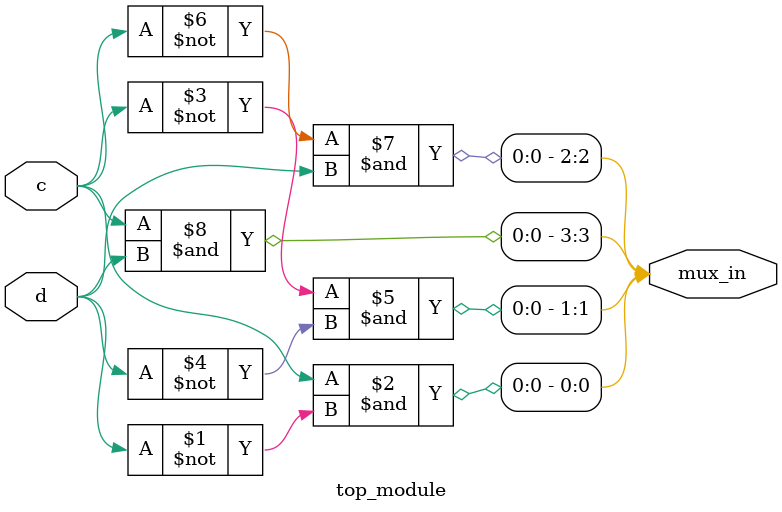
<source format=sv>
module top_module (
    input c,
    input d,
    output [3:0] mux_in
);

assign mux_in[0] = c & ~d;
assign mux_in[1] = ~c & ~d;
assign mux_in[2] = ~c & d;
assign mux_in[3] = c & d;

endmodule

</source>
